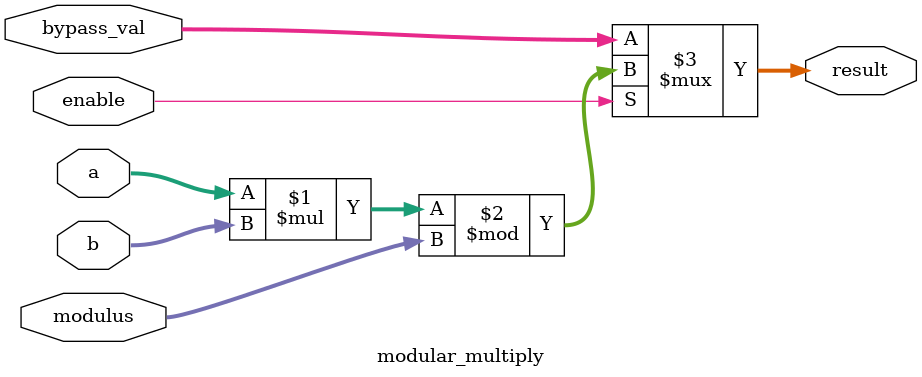
<source format=sv>
module mod_exp #(parameter WIDTH = 16) (
    input wire clk, reset,
    input wire start,
    input wire [WIDTH-1:0] base, exponent, modulus,
    output reg [WIDTH-1:0] result,
    output reg done
);
    // 控制状态寄存器
    reg calculating;
    
    // 数据寄存器
    reg [WIDTH-1:0] exp_reg, base_reg;
    reg [WIDTH-1:0] next_result;

    // 完成条件信号
    wire calc_complete = calculating && exp_reg == 0;
    
    // 状态控制逻辑和完成信号生成
    reg_control #(.RESET_VAL(1'b0)) u_calc_ctrl (
        .clk(clk),
        .reset(reset),
        .set_val(start),
        .clear_val(calc_complete),
        .reg_out(calculating)
    );
    
    reg_control #(.RESET_VAL(1'b0)) u_done_ctrl (
        .clk(clk),
        .reset(reset),
        .set_val(calc_complete),
        .clear_val(start),
        .reg_out(done)
    );
    
    // 数据寄存器控制
    data_register #(
        .WIDTH(WIDTH),
        .RESET_VAL(0)
    ) u_exp_reg (
        .clk(clk),
        .reset(reset),
        .load_en(start),
        .load_val(exponent),
        .update_en(calculating && exp_reg != 0),
        .update_val(exp_reg >> 1),
        .reg_out(exp_reg)
    );
    
    data_register #(
        .WIDTH(WIDTH),
        .RESET_VAL(0)
    ) u_base_reg (
        .clk(clk),
        .reset(reset),
        .load_en(start),
        .load_val(base),
        .update_en(calculating && exp_reg != 0),
        .update_val((base_reg * base_reg) % modulus),
        .reg_out(base_reg)
    );
    
    // 计算下一个结果值
    modular_multiply #(
        .WIDTH(WIDTH)
    ) u_mod_mult (
        .a(result),
        .b(base_reg),
        .modulus(modulus),
        .enable(exp_reg[0] && calculating && exp_reg != 0),
        .result(next_result),
        .bypass_val(result)
    );
    
    // 结果寄存器控制
    data_register #(
        .WIDTH(WIDTH),
        .RESET_VAL(1)
    ) u_result_reg (
        .clk(clk),
        .reset(reset),
        .load_en(start),
        .load_val(1),
        .update_en(calculating && exp_reg != 0),
        .update_val(next_result),
        .reg_out(result)
    );
endmodule

// 通用寄存器控制模块
module reg_control #(
    parameter RESET_VAL = 1'b0
)(
    input wire clk, reset,
    input wire set_val, clear_val,
    output reg reg_out
);
    always @(posedge clk) begin
        if (reset) begin
            reg_out <= RESET_VAL;
        end else if (set_val) begin
            reg_out <= 1'b1;
        end else if (clear_val) begin
            reg_out <= 1'b0;
        end
    end
endmodule

// 通用数据寄存器模块
module data_register #(
    parameter WIDTH = 16,
    parameter RESET_VAL = 0
)(
    input wire clk, reset,
    input wire load_en,
    input wire [WIDTH-1:0] load_val,
    input wire update_en,
    input wire [WIDTH-1:0] update_val,
    output reg [WIDTH-1:0] reg_out
);
    always @(posedge clk) begin
        if (reset) begin
            reg_out <= RESET_VAL;
        end else if (load_en) begin
            reg_out <= load_val;
        end else if (update_en) begin
            reg_out <= update_val;
        end
    end
endmodule

// 模乘带选择旁路模块
module modular_multiply #(
    parameter WIDTH = 16
)(
    input wire [WIDTH-1:0] a, b, modulus,
    input wire enable,
    input wire [WIDTH-1:0] bypass_val,
    output wire [WIDTH-1:0] result
);
    assign result = enable ? (a * b) % modulus : bypass_val;
endmodule
</source>
